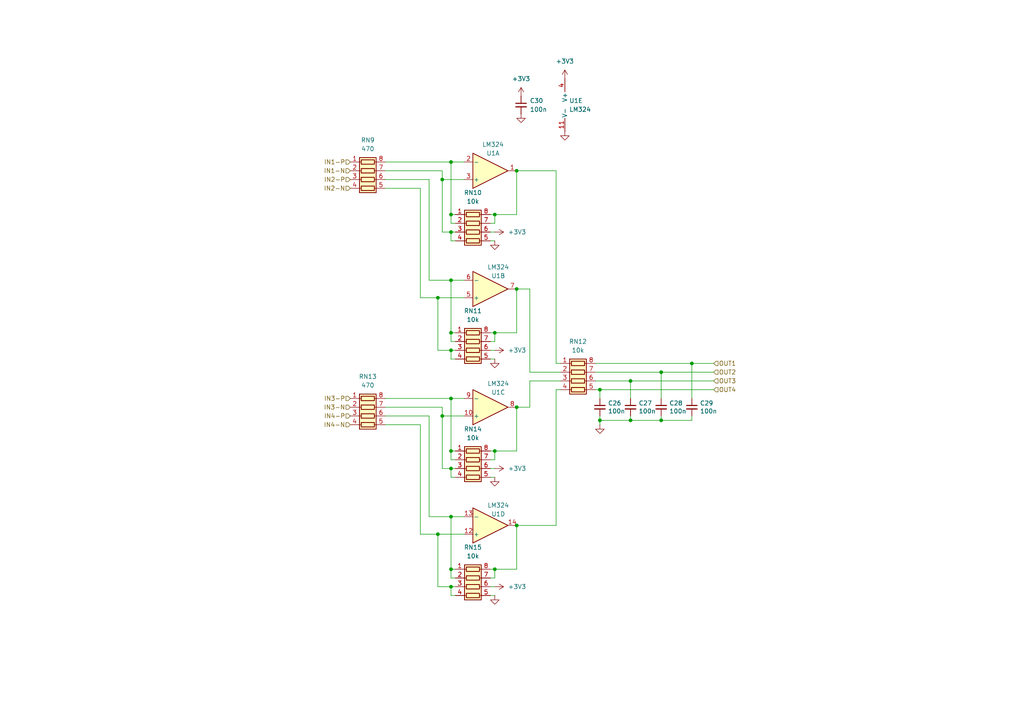
<source format=kicad_sch>
(kicad_sch (version 20250114) (generator "eeschema") (generator_version "9.0")
  (paper "A4")
  (lib_symbols
    (symbol "Amplifier_Operational:LM324" (pin_names (offset 0.127))
      (property "Reference" "U" (at 0 5.08 0))
      (property "Value" "LM324" (at 0 -5.08 0))
      (symbol "LM324_1_1"
        (polyline (pts (xy -5.08 5.08) (xy 5.08 0) (xy -5.08 -5.08) (xy -5.08 5.08)) (stroke (width 0.254)) (fill (type background)))
        (pin input line (at -7.62 2.54 0) (length 2.54) (name "+") (number "3"))
        (pin input line (at -7.62 -2.54 0) (length 2.54) (name "-") (number "2"))
        (pin output line (at 7.62 0 180) (length 2.54) (name "~") (number "1"))
      )
      (symbol "LM324_2_1"
        (polyline (pts (xy -5.08 5.08) (xy 5.08 0) (xy -5.08 -5.08) (xy -5.08 5.08)) (stroke (width 0.254)) (fill (type background)))
        (pin input line (at -7.62 2.54 0) (length 2.54) (name "+") (number "5"))
        (pin input line (at -7.62 -2.54 0) (length 2.54) (name "-") (number "6"))
        (pin output line (at 7.62 0 180) (length 2.54) (name "~") (number "7"))
      )
      (symbol "LM324_3_1"
        (polyline (pts (xy -5.08 5.08) (xy 5.08 0) (xy -5.08 -5.08) (xy -5.08 5.08)) (stroke (width 0.254)) (fill (type background)))
        (pin input line (at -7.62 2.54 0) (length 2.54) (name "+") (number "10"))
        (pin input line (at -7.62 -2.54 0) (length 2.54) (name "-") (number "9"))
        (pin output line (at 7.62 0 180) (length 2.54) (name "~") (number "8"))
      )
      (symbol "LM324_4_1"
        (polyline (pts (xy -5.08 5.08) (xy 5.08 0) (xy -5.08 -5.08) (xy -5.08 5.08)) (stroke (width 0.254)) (fill (type background)))
        (pin input line (at -7.62 2.54 0) (length 2.54) (name "+") (number "12"))
        (pin input line (at -7.62 -2.54 0) (length 2.54) (name "-") (number "13"))
        (pin output line (at 7.62 0 180) (length 2.54) (name "~") (number "14"))
      )
      (symbol "LM324_5_1"
        (pin power_in line (at -2.54 7.62 270) (length 3.81) (name "V+") (number "4"))
        (pin power_in line (at -2.54 -7.62 90) (length 3.81) (name "V-") (number "11"))
      )
    )
    (symbol "Device:C_Small" (pin_numbers (hide yes)) (pin_names (offset 0.254) (hide yes))
      (property "Reference" "C" (at 0.254 1.778 0))
      (property "Value" "C_Small" (at 0.254 -2.032 0))
      (symbol "C_Small_0_1"
        (polyline (pts (xy -1.524 0.508) (xy 1.524 0.508)) (stroke (width 0.3048)))
        (polyline (pts (xy -1.524 -0.508) (xy 1.524 -0.508)) (stroke (width 0.3302)))
      )
      (symbol "C_Small_1_1"
        (pin passive line (at 0 2.54 270) (length 2.032) (name "~") (number "1"))
        (pin passive line (at 0 -2.54 90) (length 2.032) (name "~") (number "2"))
      )
    )
    (symbol "Device:R_Pack04" (pin_names (offset 0) (hide yes))
      (property "Reference" "RN" (at -7.62 0 90))
      (property "Value" "R_Pack04" (at 5.08 0 90))
      (symbol "R_Pack04_0_1"
        (rectangle (start -6.35 -2.413) (end 3.81 2.413) (stroke (width 0.254)) (fill (type background)))
        (rectangle (start -5.715 1.905) (end -4.445 -1.905) (stroke (width 0.254)))
        (polyline (pts (xy -5.08 1.905) (xy -5.08 2.54)))
        (polyline (pts (xy -5.08 -2.54) (xy -5.08 -1.905)))
        (rectangle (start -3.175 1.905) (end -1.905 -1.905) (stroke (width 0.254)))
        (polyline (pts (xy -2.54 1.905) (xy -2.54 2.54)))
        (polyline (pts (xy -2.54 -2.54) (xy -2.54 -1.905)))
        (rectangle (start -0.635 1.905) (end 0.635 -1.905) (stroke (width 0.254)))
        (polyline (pts (xy 0 1.905) (xy 0 2.54)))
        (polyline (pts (xy 0 -2.54) (xy 0 -1.905)))
        (rectangle (start 1.905 1.905) (end 3.175 -1.905) (stroke (width 0.254)))
        (polyline (pts (xy 2.54 1.905) (xy 2.54 2.54)))
        (polyline (pts (xy 2.54 -2.54) (xy 2.54 -1.905)))
      )
      (symbol "R_Pack04_1_1"
        (pin passive line (at -5.08 5.08 270) (length 2.54) (name "R1.2") (number "8"))
        (pin passive line (at -5.08 -5.08 90) (length 2.54) (name "R1.1") (number "1"))
        (pin passive line (at -2.54 5.08 270) (length 2.54) (name "R2.2") (number "7"))
        (pin passive line (at -2.54 -5.08 90) (length 2.54) (name "R2.1") (number "2"))
        (pin passive line (at 0 5.08 270) (length 2.54) (name "R3.2") (number "6"))
        (pin passive line (at 0 -5.08 90) (length 2.54) (name "R3.1") (number "3"))
        (pin passive line (at 2.54 5.08 270) (length 2.54) (name "R4.2") (number "5"))
        (pin passive line (at 2.54 -5.08 90) (length 2.54) (name "R4.1") (number "4"))
      )
    )
    (symbol "power:+3V3" (power) (pin_numbers (hide yes)) (pin_names (offset 0) (hide yes))
      (property "Value" "+3V3" (at 0 3.556 0))
      (symbol "+3V3_0_1"
        (polyline (pts (xy -0.762 1.27) (xy 0 2.54)))
        (polyline (pts (xy 0 2.54) (xy 0.762 1.27)))
        (polyline (pts (xy 0 0) (xy 0 2.54)))
      )
      (symbol "+3V3_1_1"
        (pin power_in line (at 0 0 90) (length 0) (name "~") (number "1"))
      )
    )
    (symbol "power:GND" (power) (pin_numbers (hide yes)) (pin_names (offset 0) (hide yes))
      (property "Value" "GND" (at 0 -3.81 0))
      (symbol "GND_0_1"
        (polyline (pts (xy 0 0) (xy 0 -1.27) (xy 1.27 -1.27) (xy 0 -2.54) (xy -1.27 -1.27) (xy 0 -1.27)))
      )
      (symbol "GND_1_1"
        (pin power_in line (at 0 0 270) (length 0) (name "~") (number "1"))
      )
    )
  )
  (junction (at 200.66 105.41))
  (junction (at 130.81 130.81))
  (junction (at 130.81 165.1))
  (junction (at 143.51 130.81))
  (junction (at 128.27 52.07))
  (junction (at 173.99 121.92))
  (junction (at 130.81 96.52))
  (junction (at 143.51 96.52))
  (junction (at 127 86.36))
  (junction (at 143.51 62.23))
  (junction (at 130.81 115.57))
  (junction (at 130.81 135.89))
  (junction (at 128.27 120.65))
  (junction (at 130.81 170.18))
  (junction (at 191.77 107.95))
  (junction (at 127 154.94))
  (junction (at 143.51 165.1))
  (junction (at 191.77 121.92))
  (junction (at 149.86 118.11))
  (junction (at 182.88 121.92))
  (junction (at 149.86 152.4))
  (junction (at 173.99 113.03))
  (junction (at 130.81 46.99))
  (junction (at 130.81 101.6))
  (junction (at 149.86 49.53))
  (junction (at 149.86 83.82))
  (junction (at 130.81 67.31))
  (junction (at 130.81 149.86))
  (junction (at 182.88 110.49))
  (junction (at 130.81 81.28))
  (junction (at 130.81 62.23))
  (wire (pts (xy 142.24 167.64) (xy 143.51 167.64)))
  (wire (pts (xy 127 154.94) (xy 127 170.18)))
  (wire (pts (xy 134.62 52.07) (xy 128.27 52.07)))
  (wire (pts (xy 142.24 101.6) (xy 143.51 101.6)))
  (wire (pts (xy 111.76 118.11) (xy 128.27 118.11)))
  (wire (pts (xy 173.99 115.57) (xy 173.99 113.03)))
  (wire (pts (xy 142.24 133.35) (xy 143.51 133.35)))
  (wire (pts (xy 142.24 99.06) (xy 143.51 99.06)))
  (wire (pts (xy 130.81 133.35) (xy 132.08 133.35)))
  (wire (pts (xy 130.81 130.81) (xy 130.81 133.35)))
  (wire (pts (xy 182.88 115.57) (xy 182.88 110.49)))
  (wire (pts (xy 132.08 130.81) (xy 130.81 130.81)))
  (wire (pts (xy 134.62 86.36) (xy 127 86.36)))
  (wire (pts (xy 142.24 170.18) (xy 143.51 170.18)))
  (wire (pts (xy 132.08 138.43) (xy 130.81 138.43)))
  (wire (pts (xy 128.27 52.07) (xy 128.27 67.31)))
  (wire (pts (xy 111.76 115.57) (xy 130.81 115.57)))
  (wire (pts (xy 130.81 138.43) (xy 130.81 135.89)))
  (wire (pts (xy 130.81 165.1) (xy 130.81 167.64)))
  (wire (pts (xy 142.24 130.81) (xy 143.51 130.81)))
  (wire (pts (xy 130.81 101.6) (xy 132.08 101.6)))
  (wire (pts (xy 200.66 120.65) (xy 200.66 121.92)))
  (wire (pts (xy 153.67 118.11) (xy 149.86 118.11)))
  (wire (pts (xy 153.67 107.95) (xy 153.67 83.82)))
  (wire (pts (xy 130.81 104.14) (xy 130.81 101.6)))
  (wire (pts (xy 143.51 133.35) (xy 143.51 130.81)))
  (wire (pts (xy 130.81 64.77) (xy 132.08 64.77)))
  (wire (pts (xy 130.81 170.18) (xy 132.08 170.18)))
  (wire (pts (xy 132.08 69.85) (xy 130.81 69.85)))
  (wire (pts (xy 173.99 113.03) (xy 172.72 113.03)))
  (wire (pts (xy 130.81 62.23) (xy 130.81 64.77)))
  (wire (pts (xy 127 170.18) (xy 130.81 170.18)))
  (wire (pts (xy 121.92 154.94) (xy 127 154.94)))
  (wire (pts (xy 142.24 165.1) (xy 143.51 165.1)))
  (wire (pts (xy 162.56 110.49) (xy 153.67 110.49)))
  (wire (pts (xy 130.81 130.81) (xy 130.81 115.57)))
  (wire (pts (xy 127 86.36) (xy 127 101.6)))
  (wire (pts (xy 142.24 62.23) (xy 143.51 62.23)))
  (wire (pts (xy 142.24 138.43) (xy 143.51 138.43)))
  (wire (pts (xy 121.92 86.36) (xy 121.92 54.61)))
  (wire (pts (xy 153.67 83.82) (xy 149.86 83.82)))
  (wire (pts (xy 182.88 110.49) (xy 207.01 110.49)))
  (wire (pts (xy 191.77 107.95) (xy 207.01 107.95)))
  (wire (pts (xy 143.51 167.64) (xy 143.51 165.1)))
  (wire (pts (xy 128.27 120.65) (xy 128.27 118.11)))
  (wire (pts (xy 132.08 104.14) (xy 130.81 104.14)))
  (wire (pts (xy 130.81 67.31) (xy 132.08 67.31)))
  (wire (pts (xy 191.77 120.65) (xy 191.77 121.92)))
  (wire (pts (xy 142.24 96.52) (xy 143.51 96.52)))
  (wire (pts (xy 128.27 135.89) (xy 130.81 135.89)))
  (wire (pts (xy 200.66 121.92) (xy 191.77 121.92)))
  (wire (pts (xy 149.86 62.23) (xy 149.86 49.53)))
  (wire (pts (xy 130.81 167.64) (xy 132.08 167.64)))
  (wire (pts (xy 173.99 121.92) (xy 173.99 120.65)))
  (wire (pts (xy 111.76 46.99) (xy 130.81 46.99)))
  (wire (pts (xy 142.24 135.89) (xy 143.51 135.89)))
  (wire (pts (xy 153.67 110.49) (xy 153.67 118.11)))
  (wire (pts (xy 132.08 172.72) (xy 130.81 172.72)))
  (wire (pts (xy 142.24 64.77) (xy 143.51 64.77)))
  (wire (pts (xy 142.24 172.72) (xy 143.51 172.72)))
  (wire (pts (xy 143.51 130.81) (xy 149.86 130.81)))
  (wire (pts (xy 130.81 96.52) (xy 130.81 99.06)))
  (wire (pts (xy 191.77 115.57) (xy 191.77 107.95)))
  (wire (pts (xy 111.76 120.65) (xy 124.46 120.65)))
  (wire (pts (xy 200.66 105.41) (xy 200.66 115.57)))
  (wire (pts (xy 162.56 107.95) (xy 153.67 107.95)))
  (wire (pts (xy 143.51 62.23) (xy 149.86 62.23)))
  (wire (pts (xy 130.81 149.86) (xy 134.62 149.86)))
  (wire (pts (xy 130.81 99.06) (xy 132.08 99.06)))
  (wire (pts (xy 191.77 107.95) (xy 172.72 107.95)))
  (wire (pts (xy 134.62 120.65) (xy 128.27 120.65)))
  (wire (pts (xy 132.08 165.1) (xy 130.81 165.1)))
  (wire (pts (xy 124.46 149.86) (xy 130.81 149.86)))
  (wire (pts (xy 143.51 99.06) (xy 143.51 96.52)))
  (wire (pts (xy 172.72 110.49) (xy 182.88 110.49)))
  (wire (pts (xy 161.29 49.53) (xy 149.86 49.53)))
  (wire (pts (xy 172.72 105.41) (xy 200.66 105.41)))
  (wire (pts (xy 121.92 54.61) (xy 111.76 54.61)))
  (wire (pts (xy 130.81 81.28) (xy 134.62 81.28)))
  (wire (pts (xy 149.86 96.52) (xy 149.86 83.82)))
  (wire (pts (xy 128.27 67.31) (xy 130.81 67.31)))
  (wire (pts (xy 149.86 165.1) (xy 149.86 152.4)))
  (wire (pts (xy 173.99 121.92) (xy 173.99 123.19)))
  (wire (pts (xy 130.81 46.99) (xy 134.62 46.99)))
  (wire (pts (xy 121.92 154.94) (xy 121.92 123.19)))
  (wire (pts (xy 128.27 52.07) (xy 128.27 49.53)))
  (wire (pts (xy 130.81 62.23) (xy 130.81 46.99)))
  (wire (pts (xy 142.24 67.31) (xy 143.51 67.31)))
  (wire (pts (xy 132.08 62.23) (xy 130.81 62.23)))
  (wire (pts (xy 111.76 49.53) (xy 128.27 49.53)))
  (wire (pts (xy 130.81 96.52) (xy 130.81 81.28)))
  (wire (pts (xy 161.29 113.03) (xy 162.56 113.03)))
  (wire (pts (xy 121.92 86.36) (xy 127 86.36)))
  (wire (pts (xy 130.81 135.89) (xy 132.08 135.89)))
  (wire (pts (xy 182.88 120.65) (xy 182.88 121.92)))
  (wire (pts (xy 161.29 105.41) (xy 162.56 105.41)))
  (wire (pts (xy 134.62 154.94) (xy 127 154.94)))
  (wire (pts (xy 124.46 52.07) (xy 124.46 81.28)))
  (wire (pts (xy 130.81 165.1) (xy 130.81 149.86)))
  (wire (pts (xy 182.88 121.92) (xy 173.99 121.92)))
  (wire (pts (xy 127 101.6) (xy 130.81 101.6)))
  (wire (pts (xy 143.51 165.1) (xy 149.86 165.1)))
  (wire (pts (xy 130.81 172.72) (xy 130.81 170.18)))
  (wire (pts (xy 191.77 121.92) (xy 182.88 121.92)))
  (wire (pts (xy 111.76 52.07) (xy 124.46 52.07)))
  (wire (pts (xy 128.27 120.65) (xy 128.27 135.89)))
  (wire (pts (xy 132.08 96.52) (xy 130.81 96.52)))
  (wire (pts (xy 121.92 123.19) (xy 111.76 123.19)))
  (wire (pts (xy 124.46 81.28) (xy 130.81 81.28)))
  (wire (pts (xy 149.86 130.81) (xy 149.86 118.11)))
  (wire (pts (xy 173.99 113.03) (xy 207.01 113.03)))
  (wire (pts (xy 142.24 69.85) (xy 143.51 69.85)))
  (wire (pts (xy 130.81 115.57) (xy 134.62 115.57)))
  (wire (pts (xy 124.46 120.65) (xy 124.46 149.86)))
  (wire (pts (xy 200.66 105.41) (xy 207.01 105.41)))
  (wire (pts (xy 130.81 69.85) (xy 130.81 67.31)))
  (wire (pts (xy 143.51 96.52) (xy 149.86 96.52)))
  (wire (pts (xy 142.24 104.14) (xy 143.51 104.14)))
  (wire (pts (xy 161.29 105.41) (xy 161.29 49.53)))
  (wire (pts (xy 161.29 152.4) (xy 161.29 113.03)))
  (wire (pts (xy 149.86 152.4) (xy 161.29 152.4)))
  (wire (pts (xy 143.51 64.77) (xy 143.51 62.23)))
  (hierarchical_label "IN1-N" (shape input) (at 101.6 49.53 180))
  (hierarchical_label "IN4-P" (shape input) (at 101.6 120.65 180))
  (hierarchical_label "OUT3" (shape input) (at 207.01 110.49 0))
  (hierarchical_label "IN2-P" (shape input) (at 101.6 52.07 180))
  (hierarchical_label "OUT1" (shape input) (at 207.01 105.41 0))
  (hierarchical_label "IN4-N" (shape input) (at 101.6 123.19 180))
  (hierarchical_label "IN1-P" (shape input) (at 101.6 46.99 180))
  (hierarchical_label "OUT4" (shape input) (at 207.01 113.03 0))
  (hierarchical_label "OUT2" (shape input) (at 207.01 107.95 0))
  (hierarchical_label "IN3-N" (shape input) (at 101.6 118.11 180))
  (hierarchical_label "IN3-P" (shape input) (at 101.6 115.57 180))
  (hierarchical_label "IN2-N" (shape input) (at 101.6 54.61 180))
  (symbol (lib_id "power:GND") (at 143.51 172.72 0) (unit 1)
    (property "Reference" "#PWR059" (effects (hide yes)))
    (property "Value" "GND" (effects (hide yes)))
    (property "Description" "Power symbol creates a global label with name \"GND\" , ground" (effects (hide yes)))
  )
  (symbol (lib_id "power:GND") (at 151.13 33.02 0) (unit 1)
    (property "Reference" "#PWR062" (effects (hide yes)))
    (property "Value" "GND" (effects (hide yes)))
    (property "Description" "Power symbol creates a global label with name \"GND\" , ground" (effects (hide yes)))
  )
  (symbol (lib_id "power:+3V3") (at 151.13 27.94 0) (unit 1)
    (property "Reference" "#PWR061" (effects (hide yes)))
    (property "Value" "+3V3" (at 151.13 22.86 0))
    (property "Description" "Power symbol creates a global label with name \"+3V3\"" (effects (hide yes)))
  )
  (symbol (lib_id "power:+3V3") (at 143.51 67.31 270) (unit 1)
    (property "Reference" "#PWR051" (effects (hide yes)))
    (property "Value" "+3V3" (at 147.32 67.3099 90) (effects (justify left)))
    (property "Description" "Power symbol creates a global label with name \"+3V3\"" (effects (hide yes)))
  )
  (symbol (lib_id "power:+3V3") (at 163.83 22.86 0) (unit 1)
    (property "Reference" "#PWR060" (effects (hide yes)))
    (property "Value" "+3V3" (at 163.83 17.78 0))
    (property "Description" "Power symbol creates a global label with name \"+3V3\"" (effects (hide yes)))
  )
  (symbol (lib_id "Device:R_Pack04") (at 106.68 120.65 270) (unit 1)
    (property "Reference" "RN13" (at 106.68 109.22 90))
    (property "Value" "470" (at 106.68 111.76 90))
    (property "Description" "4 resistor network, parallel topology" (effects (hide yes)))
  )
  (symbol (lib_id "Device:C_Small") (at 173.99 118.11 0) (unit 1)
    (property "Reference" "C26" (at 176.3268 116.9416 0) (effects (justify left)))
    (property "Value" "100n" (at 176.3268 119.253 0) (effects (justify left)))
    (property "Footprint" "Capacitor_SMD:C_0603_1608Metric" (effects (hide yes)))
    (property "Description" "Unpolarized capacitor, small symbol" (effects (hide yes)))
    (property "LCSC" "C307331" (effects (hide yes)))
  )
  (symbol (lib_id "Device:C_Small") (at 191.77 118.11 0) (unit 1)
    (property "Reference" "C28" (at 194.1068 116.9416 0) (effects (justify left)))
    (property "Value" "100n" (at 194.1068 119.253 0) (effects (justify left)))
    (property "Footprint" "Capacitor_SMD:C_0603_1608Metric" (effects (hide yes)))
    (property "Description" "Unpolarized capacitor, small symbol" (effects (hide yes)))
    (property "LCSC" "C307331" (effects (hide yes)))
  )
  (symbol (lib_id "power:GND") (at 173.99 123.19 0) (unit 1)
    (property "Reference" "#PWR055" (effects (hide yes)))
    (property "Value" "GND" (effects (hide yes)))
    (property "Description" "Power symbol creates a global label with name \"GND\" , ground" (effects (hide yes)))
  )
  (symbol (lib_id "Device:R_Pack04") (at 167.64 110.49 270) (unit 1)
    (property "Reference" "RN12" (at 167.64 99.06 90))
    (property "Value" "10k" (at 167.64 101.6 90))
    (property "Description" "4 resistor network, parallel topology" (effects (hide yes)))
  )
  (symbol (lib_id "Amplifier_Operational:LM324") (at 142.24 118.11 0) (mirror x) (unit 3)
    (property "Reference" "U1" (at 144.526 113.792 0))
    (property "Value" "LM324" (at 144.526 111.252 0))
    (property "Datasheet" "http://www.ti.com/lit/ds/symlink/lm2902-n.pdf" (effects (hide yes)))
    (property "Description" "Low-Power, Quad-Operational Amplifiers, DIP-14/SOIC-14/SSOP-14" (effects (hide yes)))
  )
  (symbol (lib_id "Amplifier_Operational:LM324") (at 142.24 83.82 0) (mirror x) (unit 2)
    (property "Reference" "U1" (at 144.526 80.01 0))
    (property "Value" "LM324" (at 144.526 77.47 0))
    (property "Datasheet" "http://www.ti.com/lit/ds/symlink/lm2902-n.pdf" (effects (hide yes)))
    (property "Description" "Low-Power, Quad-Operational Amplifiers, DIP-14/SOIC-14/SSOP-14" (effects (hide yes)))
  )
  (symbol (lib_id "power:+3V3") (at 143.51 135.89 270) (unit 1)
    (property "Reference" "#PWR056" (effects (hide yes)))
    (property "Value" "+3V3" (at 147.32 135.8899 90) (effects (justify left)))
    (property "Description" "Power symbol creates a global label with name \"+3V3\"" (effects (hide yes)))
  )
  (symbol (lib_id "power:GND") (at 143.51 69.85 0) (unit 1)
    (property "Reference" "#PWR052" (effects (hide yes)))
    (property "Value" "GND" (effects (hide yes)))
    (property "Description" "Power symbol creates a global label with name \"GND\" , ground" (effects (hide yes)))
  )
  (symbol (lib_id "Device:C_Small") (at 182.88 118.11 0) (unit 1)
    (property "Reference" "C27" (at 185.2168 116.9416 0) (effects (justify left)))
    (property "Value" "100n" (at 185.2168 119.253 0) (effects (justify left)))
    (property "Footprint" "Capacitor_SMD:C_0603_1608Metric" (effects (hide yes)))
    (property "Description" "Unpolarized capacitor, small symbol" (effects (hide yes)))
    (property "LCSC" "C307331" (effects (hide yes)))
  )
  (symbol (lib_id "Device:C_Small") (at 151.13 30.48 0) (unit 1)
    (property "Reference" "C30" (at 153.67 29.2162 0) (effects (justify left)))
    (property "Value" "100n" (at 153.67 31.7562 0) (effects (justify left)))
    (property "Footprint" "Capacitor_SMD:C_0402_1005Metric" (effects (hide yes)))
    (property "Description" "Unpolarized capacitor, small symbol" (effects (hide yes)))
  )
  (symbol (lib_id "Device:R_Pack04") (at 137.16 170.18 270) (unit 1)
    (property "Reference" "RN15" (at 137.16 158.75 90))
    (property "Value" "10k" (at 137.16 161.29 90))
    (property "Description" "4 resistor network, parallel topology" (effects (hide yes)))
  )
  (symbol (lib_id "Device:C_Small") (at 200.66 118.11 0) (unit 1)
    (property "Reference" "C29" (at 202.9968 116.9416 0) (effects (justify left)))
    (property "Value" "100n" (at 202.9968 119.253 0) (effects (justify left)))
    (property "Footprint" "Capacitor_SMD:C_0603_1608Metric" (effects (hide yes)))
    (property "Description" "Unpolarized capacitor, small symbol" (effects (hide yes)))
    (property "LCSC" "C307331" (effects (hide yes)))
  )
  (symbol (lib_id "Amplifier_Operational:LM324") (at 142.24 49.53 0) (mirror x) (unit 1)
    (property "Reference" "U1" (at 143.002 44.45 0))
    (property "Value" "LM324" (at 143.002 41.91 0))
    (property "Datasheet" "http://www.ti.com/lit/ds/symlink/lm2902-n.pdf" (effects (hide yes)))
    (property "Description" "Low-Power, Quad-Operational Amplifiers, DIP-14/SOIC-14/SSOP-14" (effects (hide yes)))
  )
  (symbol (lib_id "Amplifier_Operational:LM324") (at 166.37 30.48 0) (unit 5)
    (property "Reference" "U1" (at 165.1 29.2099 0) (effects (justify left)))
    (property "Value" "LM324" (at 165.1 31.7499 0) (effects (justify left)))
    (property "Datasheet" "http://www.ti.com/lit/ds/symlink/lm2902-n.pdf" (effects (hide yes)))
    (property "Description" "Low-Power, Quad-Operational Amplifiers, DIP-14/SOIC-14/SSOP-14" (effects (hide yes)))
  )
  (symbol (lib_id "Device:R_Pack04") (at 137.16 67.31 270) (unit 1)
    (property "Reference" "RN10" (at 137.16 55.88 90))
    (property "Value" "10k" (at 137.16 58.42 90))
    (property "Description" "4 resistor network, parallel topology" (effects (hide yes)))
  )
  (symbol (lib_id "power:GND") (at 143.51 138.43 0) (unit 1)
    (property "Reference" "#PWR057" (effects (hide yes)))
    (property "Value" "GND" (effects (hide yes)))
    (property "Description" "Power symbol creates a global label with name \"GND\" , ground" (effects (hide yes)))
  )
  (symbol (lib_id "power:+3V3") (at 143.51 101.6 270) (unit 1)
    (property "Reference" "#PWR053" (effects (hide yes)))
    (property "Value" "+3V3" (at 147.32 101.5999 90) (effects (justify left)))
    (property "Description" "Power symbol creates a global label with name \"+3V3\"" (effects (hide yes)))
  )
  (symbol (lib_id "Device:R_Pack04") (at 137.16 135.89 270) (unit 1)
    (property "Reference" "RN14" (at 137.16 124.46 90))
    (property "Value" "10k" (at 137.16 127 90))
    (property "Description" "4 resistor network, parallel topology" (effects (hide yes)))
  )
  (symbol (lib_id "Amplifier_Operational:LM324") (at 142.24 152.4 0) (mirror x) (unit 4)
    (property "Reference" "U1" (at 144.526 149.098 0))
    (property "Value" "LM324" (at 144.526 146.558 0))
    (property "Datasheet" "http://www.ti.com/lit/ds/symlink/lm2902-n.pdf" (effects (hide yes)))
    (property "Description" "Low-Power, Quad-Operational Amplifiers, DIP-14/SOIC-14/SSOP-14" (effects (hide yes)))
  )
  (symbol (lib_id "Device:R_Pack04") (at 137.16 101.6 270) (unit 1)
    (property "Reference" "RN11" (at 137.16 90.17 90))
    (property "Value" "10k" (at 137.16 92.71 90))
    (property "Description" "4 resistor network, parallel topology" (effects (hide yes)))
  )
  (symbol (lib_id "power:GND") (at 143.51 104.14 0) (unit 1)
    (property "Reference" "#PWR054" (effects (hide yes)))
    (property "Value" "GND" (effects (hide yes)))
    (property "Description" "Power symbol creates a global label with name \"GND\" , ground" (effects (hide yes)))
  )
  (symbol (lib_id "power:+3V3") (at 143.51 170.18 270) (unit 1)
    (property "Reference" "#PWR058" (effects (hide yes)))
    (property "Value" "+3V3" (at 147.32 170.1799 90) (effects (justify left)))
    (property "Description" "Power symbol creates a global label with name \"+3V3\"" (effects (hide yes)))
  )
  (symbol (lib_id "power:GND") (at 163.83 38.1 0) (unit 1)
    (property "Reference" "#PWR063" (effects (hide yes)))
    (property "Value" "GND" (effects (hide yes)))
    (property "Description" "Power symbol creates a global label with name \"GND\" , ground" (effects (hide yes)))
  )
  (symbol (lib_id "Device:R_Pack04") (at 106.68 52.07 270) (unit 1)
    (property "Reference" "RN9" (at 106.68 40.64 90))
    (property "Value" "470" (at 106.68 43.18 90))
    (property "Description" "4 resistor network, parallel topology" (effects (hide yes)))
  )
)
</source>
